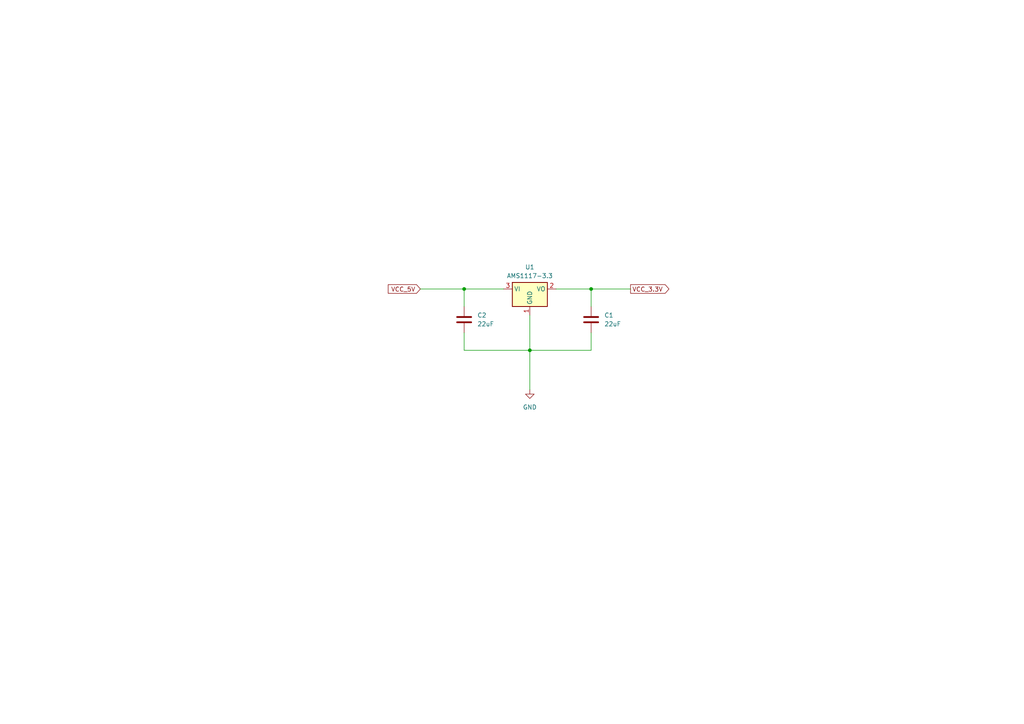
<source format=kicad_sch>
(kicad_sch (version 20250114) (generator "eeschema") (generator_version "9.0")
  (paper "A4")
  (lib_symbols
    (symbol "Device:C" (pin_numbers (hide yes)) (pin_names (offset 0.254))
      (property "Reference" "C" (at 0.635 2.54 0))
      (property "Value" "C" (at 0.635 -2.54 0))
      (symbol "C_0_1"
        (polyline (pts (xy -2.032 0.762) (xy 2.032 0.762)) (stroke (width 0.508)))
        (polyline (pts (xy -2.032 -0.762) (xy 2.032 -0.762)) (stroke (width 0.508)))
      )
      (symbol "C_1_1"
        (pin passive line (at 0 3.81 270) (length 2.794) (name "~") (number "1"))
        (pin passive line (at 0 -3.81 90) (length 2.794) (name "~") (number "2"))
      )
    )
    (symbol "Regulator_Linear:AMS1117-3.3"
      (property "Reference" "U" (at -3.81 3.175 0))
      (property "Value" "AMS1117-3.3" (at 0 3.175 0))
      (symbol "AMS1117-3.3_0_1"
        (rectangle (start -5.08 -5.08) (end 5.08 1.905) (stroke (width 0.254)) (fill (type background)))
      )
      (symbol "AMS1117-3.3_1_1"
        (pin power_in line (at -7.62 0 0) (length 2.54) (name "VI") (number "3"))
        (pin power_in line (at 0 -7.62 90) (length 2.54) (name "GND") (number "1"))
        (pin power_out line (at 7.62 0 180) (length 2.54) (name "VO") (number "2"))
      )
    )
    (symbol "power:GND" (power) (pin_numbers (hide yes)) (pin_names (offset 0) (hide yes))
      (property "Value" "GND" (at 0 -3.81 0))
      (symbol "GND_0_1"
        (polyline (pts (xy 0 0) (xy 0 -1.27) (xy 1.27 -1.27) (xy 0 -2.54) (xy -1.27 -1.27) (xy 0 -1.27)))
      )
      (symbol "GND_1_1"
        (pin power_in line (at 0 0 270) (length 0) (name "~") (number "1"))
      )
    )
  )
  (junction (at 171.45 83.82))
  (junction (at 153.67 101.6))
  (junction (at 134.62 83.82))
  (wire (pts (xy 171.45 96.52) (xy 171.45 101.6)))
  (wire (pts (xy 171.45 101.6) (xy 153.67 101.6)))
  (wire (pts (xy 161.29 83.82) (xy 171.45 83.82)))
  (wire (pts (xy 121.92 83.82) (xy 134.62 83.82)))
  (wire (pts (xy 153.67 101.6) (xy 153.67 113.03)))
  (wire (pts (xy 134.62 83.82) (xy 134.62 88.9)))
  (wire (pts (xy 134.62 83.82) (xy 146.05 83.82)))
  (wire (pts (xy 171.45 83.82) (xy 182.88 83.82)))
  (wire (pts (xy 153.67 91.44) (xy 153.67 101.6)))
  (wire (pts (xy 171.45 83.82) (xy 171.45 88.9)))
  (wire (pts (xy 134.62 96.52) (xy 134.62 101.6)))
  (wire (pts (xy 134.62 101.6) (xy 153.67 101.6)))
  (global_label "VCC_5V" (shape input) (at 121.92 83.82 180) (property "Intersheetrefs" "${INTERSHEET_REFS}" (effects (hide yes))))
  (global_label "VCC_3.3V" (shape output) (at 182.88 83.82 0) (property "Intersheetrefs" "${INTERSHEET_REFS}" (effects (hide yes))))
  (symbol (lib_id "Device:C") (at 171.45 92.71 0) (unit 1)
    (property "Reference" "C1" (at 175.26 91.4399 0) (effects (justify left)))
    (property "Value" "22uF" (at 175.26 93.9799 0) (effects (justify left)))
    (property "Footprint" "Capacitor_SMD:C_0805_2012Metric" (effects (hide yes)))
    (property "Description" "Unpolarized capacitor" (effects (hide yes)))
    (property "ALIEXPRESS" "https://de.aliexpress.com/item/1005006142309480.html" (effects (hide yes)))
  )
  (symbol (lib_id "Regulator_Linear:AMS1117-3.3") (at 153.67 83.82 0) (unit 1)
    (property "Reference" "U1" (at 153.67 77.47 0))
    (property "Value" "AMS1117-3.3" (at 153.67 80.01 0))
    (property "Footprint" "Package_TO_SOT_SMD:SOT-223-3_TabPin2" (effects (hide yes)))
    (property "Datasheet" "http://www.advanced-monolithic.com/pdf/ds1117.pdf" (effects (hide yes)))
    (property "Description" "1A Low Dropout regulator, positive, 3.3V fixed output, SOT-223" (effects (hide yes)))
    (property "ALIEXPRESS" "https://de.aliexpress.com/item/1005002487704059.html" (effects (hide yes)))
  )
  (symbol (lib_id "power:GND") (at 153.67 113.03 0) (unit 1)
    (property "Reference" "#PWR04" (effects (hide yes)))
    (property "Value" "GND" (at 153.67 118.11 0))
    (property "Description" "Power symbol creates a global label with name \"GND\" , ground" (effects (hide yes)))
  )
  (symbol (lib_id "Device:C") (at 134.62 92.71 0) (unit 1)
    (property "Reference" "C2" (at 138.43 91.4399 0) (effects (justify left)))
    (property "Value" "22uF" (at 138.43 93.9799 0) (effects (justify left)))
    (property "Footprint" "Capacitor_SMD:C_0805_2012Metric" (effects (hide yes)))
    (property "Description" "Unpolarized capacitor" (effects (hide yes)))
    (property "ALIEXPRESS" "https://de.aliexpress.com/item/1005006142309480.html" (effects (hide yes)))
  )
)
</source>
